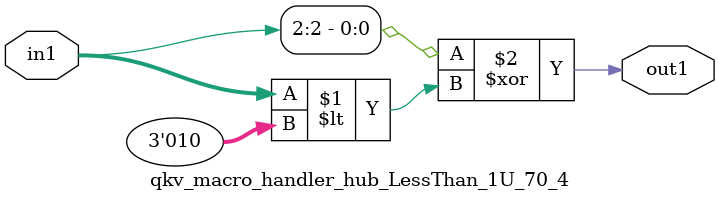
<source format=v>

`timescale 1ps / 1ps


module qkv_macro_handler_hub_LessThan_1U_70_4( in1, out1 );

    input [2:0] in1;
    output out1;

    
    // rtl_process:qkv_macro_handler_hub_LessThan_1U_70_4/qkv_macro_handler_hub_LessThan_1U_70_4_thread_1
    assign out1 = (in1[2] ^ in1 < 3'd2);

endmodule


</source>
